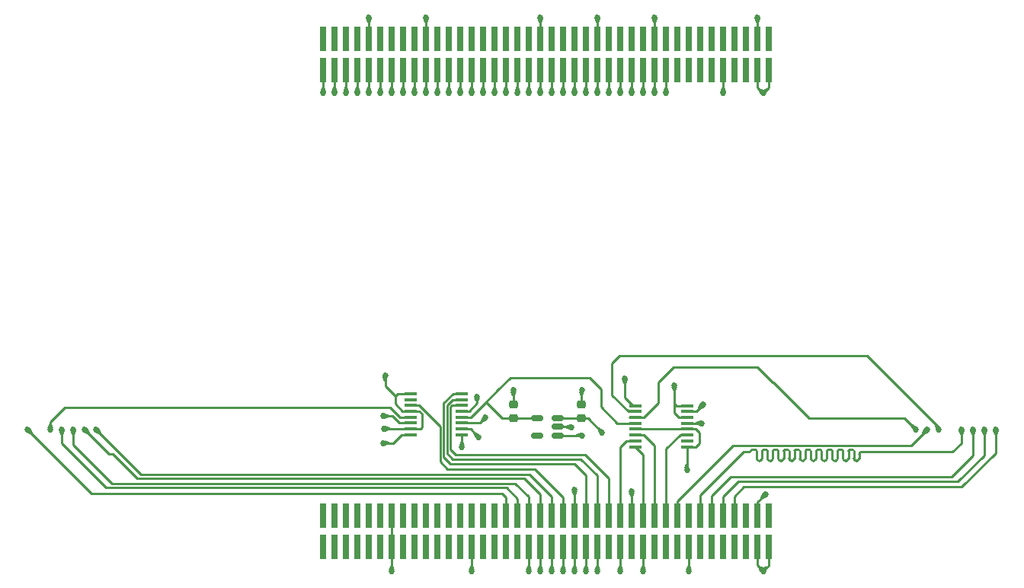
<source format=gbl>
%TF.GenerationSoftware,KiCad,Pcbnew,8.0.3-8.0.3-0~ubuntu24.04.1*%
%TF.CreationDate,2024-07-09T09:34:28+02:00*%
%TF.ProjectId,MainBoard,4d61696e-426f-4617-9264-2e6b69636164,rev?*%
%TF.SameCoordinates,Original*%
%TF.FileFunction,Copper,L4,Bot*%
%TF.FilePolarity,Positive*%
%FSLAX46Y46*%
G04 Gerber Fmt 4.6, Leading zero omitted, Abs format (unit mm)*
G04 Created by KiCad (PCBNEW 8.0.3-8.0.3-0~ubuntu24.04.1) date 2024-07-09 09:34:28*
%MOMM*%
%LPD*%
G01*
G04 APERTURE LIST*
G04 Aperture macros list*
%AMRoundRect*
0 Rectangle with rounded corners*
0 $1 Rounding radius*
0 $2 $3 $4 $5 $6 $7 $8 $9 X,Y pos of 4 corners*
0 Add a 4 corners polygon primitive as box body*
4,1,4,$2,$3,$4,$5,$6,$7,$8,$9,$2,$3,0*
0 Add four circle primitives for the rounded corners*
1,1,$1+$1,$2,$3*
1,1,$1+$1,$4,$5*
1,1,$1+$1,$6,$7*
1,1,$1+$1,$8,$9*
0 Add four rect primitives between the rounded corners*
20,1,$1+$1,$2,$3,$4,$5,0*
20,1,$1+$1,$4,$5,$6,$7,0*
20,1,$1+$1,$6,$7,$8,$9,0*
20,1,$1+$1,$8,$9,$2,$3,0*%
G04 Aperture macros list end*
%TA.AperFunction,SMDPad,CuDef*%
%ADD10R,1.473200X0.355600*%
%TD*%
%TA.AperFunction,SMDPad,CuDef*%
%ADD11RoundRect,0.150000X0.512500X0.150000X-0.512500X0.150000X-0.512500X-0.150000X0.512500X-0.150000X0*%
%TD*%
%TA.AperFunction,SMDPad,CuDef*%
%ADD12R,0.740000X2.790000*%
%TD*%
%TA.AperFunction,SMDPad,CuDef*%
%ADD13RoundRect,0.225000X0.250000X-0.225000X0.250000X0.225000X-0.250000X0.225000X-0.250000X-0.225000X0*%
%TD*%
%TA.AperFunction,ViaPad*%
%ADD14C,0.685800*%
%TD*%
%TA.AperFunction,Conductor*%
%ADD15C,0.254000*%
%TD*%
%TA.AperFunction,Conductor*%
%ADD16C,0.290000*%
%TD*%
G04 APERTURE END LIST*
D10*
X112270200Y-88224600D03*
X112270200Y-88885000D03*
X112270200Y-89545400D03*
X112270200Y-90180400D03*
X112270200Y-90840800D03*
X112270200Y-91475800D03*
X112270200Y-92136200D03*
X112270200Y-92796600D03*
X106529800Y-92796600D03*
X106529800Y-92136200D03*
X106529800Y-91475800D03*
X106529800Y-90840800D03*
X106529800Y-90180400D03*
X106529800Y-89545400D03*
X106529800Y-88885000D03*
X106529800Y-88224600D03*
D11*
X97926500Y-89637500D03*
X97926500Y-90587500D03*
X97926500Y-91537500D03*
X95651500Y-91537500D03*
X95651500Y-89637500D03*
D12*
X121375000Y-100495000D03*
X121375000Y-103925000D03*
X120105000Y-100495000D03*
X120105000Y-103925000D03*
X118835000Y-100495000D03*
X118835000Y-103925000D03*
X117565000Y-100495000D03*
X117565000Y-103925000D03*
X116295000Y-100495000D03*
X116295000Y-103925000D03*
X115025000Y-100495000D03*
X115025000Y-103925000D03*
X113755000Y-100495000D03*
X113755000Y-103925000D03*
X112485000Y-100495000D03*
X112485000Y-103925000D03*
X111215000Y-100495000D03*
X111215000Y-103925000D03*
X109945000Y-100495000D03*
X109945000Y-103925000D03*
X108675000Y-100495000D03*
X108675000Y-103925000D03*
X107405000Y-100495000D03*
X107405000Y-103925000D03*
X106135000Y-100495000D03*
X106135000Y-103925000D03*
X104865000Y-100495000D03*
X104865000Y-103925000D03*
X103595000Y-100495000D03*
X103595000Y-103925000D03*
X102325000Y-100495000D03*
X102325000Y-103925000D03*
X101055000Y-100495000D03*
X101055000Y-103925000D03*
X99785000Y-100495000D03*
X99785000Y-103925000D03*
X98515000Y-100495000D03*
X98515000Y-103925000D03*
X97245000Y-100495000D03*
X97245000Y-103925000D03*
X95975000Y-100495000D03*
X95975000Y-103925000D03*
X94705000Y-100495000D03*
X94705000Y-103925000D03*
X93435000Y-100495000D03*
X93435000Y-103925000D03*
X92165000Y-100495000D03*
X92165000Y-103925000D03*
X90895000Y-100495000D03*
X90895000Y-103925000D03*
X89625000Y-100495000D03*
X89625000Y-103925000D03*
X88355000Y-100495000D03*
X88355000Y-103925000D03*
X87085000Y-100495000D03*
X87085000Y-103925000D03*
X85815000Y-100495000D03*
X85815000Y-103925000D03*
X84545000Y-100495000D03*
X84545000Y-103925000D03*
X83275000Y-100495000D03*
X83275000Y-103925000D03*
X82005000Y-100495000D03*
X82005000Y-103925000D03*
X80735000Y-100495000D03*
X80735000Y-103925000D03*
X79465000Y-100495000D03*
X79465000Y-103925000D03*
X78195000Y-100495000D03*
X78195000Y-103925000D03*
X76925000Y-100495000D03*
X76925000Y-103925000D03*
X75655000Y-100495000D03*
X75655000Y-103925000D03*
X74385000Y-100495000D03*
X74385000Y-103925000D03*
X73115000Y-100495000D03*
X73115000Y-103925000D03*
X71845000Y-100495000D03*
X71845000Y-103925000D03*
D13*
X93000000Y-89625000D03*
X93000000Y-88075000D03*
D10*
X81529800Y-91461000D03*
X81529800Y-90800600D03*
X81529800Y-90140200D03*
X81529800Y-89505200D03*
X81529800Y-88844800D03*
X81529800Y-88209800D03*
X81529800Y-87549400D03*
X81529800Y-86889000D03*
X87270200Y-86889000D03*
X87270200Y-87549400D03*
X87270200Y-88209800D03*
X87270200Y-88844800D03*
X87270200Y-89505200D03*
X87270200Y-90140200D03*
X87270200Y-90800600D03*
X87270200Y-91461000D03*
D12*
X121375000Y-47495000D03*
X121375000Y-50925000D03*
X120105000Y-47495000D03*
X120105000Y-50925000D03*
X118835000Y-47495000D03*
X118835000Y-50925000D03*
X117565000Y-47495000D03*
X117565000Y-50925000D03*
X116295000Y-47495000D03*
X116295000Y-50925000D03*
X115025000Y-47495000D03*
X115025000Y-50925000D03*
X113755000Y-47495000D03*
X113755000Y-50925000D03*
X112485000Y-47495000D03*
X112485000Y-50925000D03*
X111215000Y-47495000D03*
X111215000Y-50925000D03*
X109945000Y-47495000D03*
X109945000Y-50925000D03*
X108675000Y-47495000D03*
X108675000Y-50925000D03*
X107405000Y-47495000D03*
X107405000Y-50925000D03*
X106135000Y-47495000D03*
X106135000Y-50925000D03*
X104865000Y-47495000D03*
X104865000Y-50925000D03*
X103595000Y-47495000D03*
X103595000Y-50925000D03*
X102325000Y-47495000D03*
X102325000Y-50925000D03*
X101055000Y-47495000D03*
X101055000Y-50925000D03*
X99785000Y-47495000D03*
X99785000Y-50925000D03*
X98515000Y-47495000D03*
X98515000Y-50925000D03*
X97245000Y-47495000D03*
X97245000Y-50925000D03*
X95975000Y-47495000D03*
X95975000Y-50925000D03*
X94705000Y-47495000D03*
X94705000Y-50925000D03*
X93435000Y-47495000D03*
X93435000Y-50925000D03*
X92165000Y-47495000D03*
X92165000Y-50925000D03*
X90895000Y-47495000D03*
X90895000Y-50925000D03*
X89625000Y-47495000D03*
X89625000Y-50925000D03*
X88355000Y-47495000D03*
X88355000Y-50925000D03*
X87085000Y-47495000D03*
X87085000Y-50925000D03*
X85815000Y-47495000D03*
X85815000Y-50925000D03*
X84545000Y-47495000D03*
X84545000Y-50925000D03*
X83275000Y-47495000D03*
X83275000Y-50925000D03*
X82005000Y-47495000D03*
X82005000Y-50925000D03*
X80735000Y-47495000D03*
X80735000Y-50925000D03*
X79465000Y-47495000D03*
X79465000Y-50925000D03*
X78195000Y-47495000D03*
X78195000Y-50925000D03*
X76925000Y-47495000D03*
X76925000Y-50925000D03*
X75655000Y-47495000D03*
X75655000Y-50925000D03*
X74385000Y-47495000D03*
X74385000Y-50925000D03*
X73115000Y-47495000D03*
X73115000Y-50925000D03*
X71845000Y-47495000D03*
X71845000Y-50925000D03*
D13*
X100578000Y-89625000D03*
X100578000Y-88075000D03*
D14*
X100650000Y-91537500D03*
X87270200Y-92825000D03*
X102860000Y-91215000D03*
X78500000Y-89375000D03*
X110875000Y-86000000D03*
X105375000Y-85200000D03*
X78550000Y-92375000D03*
X121000000Y-98075000D03*
X120105000Y-45050000D03*
X79450000Y-106600000D03*
X88355000Y-106600000D03*
X78195000Y-53500000D03*
X103595000Y-53500000D03*
X109945000Y-53500000D03*
X94705000Y-106600000D03*
X71845000Y-53500000D03*
X101055000Y-106600000D03*
X100600000Y-86500000D03*
X114100000Y-88075000D03*
X116295000Y-53500000D03*
X88950000Y-87275000D03*
X108675000Y-45050000D03*
X84545000Y-53500000D03*
X106135000Y-97750000D03*
X99400000Y-90600000D03*
X120740000Y-106600000D03*
X95975000Y-45050000D03*
X83275000Y-45050000D03*
X97245000Y-53500000D03*
X90895000Y-53500000D03*
X78750000Y-84875000D03*
X93000000Y-86500000D03*
X78600000Y-90800600D03*
X107405000Y-106600000D03*
X99775000Y-97600000D03*
X112275000Y-95375000D03*
X102325000Y-45050000D03*
X120740000Y-53500000D03*
X76925000Y-45050000D03*
X142800000Y-90875000D03*
X112480000Y-106600000D03*
X98515000Y-106600000D03*
X44070000Y-90874000D03*
X144070000Y-90875000D03*
X138990000Y-90875000D03*
X42800000Y-90874000D03*
X104865000Y-106600000D03*
X38990000Y-90874000D03*
X99785000Y-106600000D03*
X97245000Y-106600000D03*
X95970000Y-106600000D03*
X102325000Y-106600000D03*
X113900000Y-90180400D03*
X140260000Y-90875000D03*
X137720000Y-90875000D03*
X89075000Y-91700000D03*
X41530000Y-90874000D03*
X89900000Y-89525000D03*
X107385000Y-53500000D03*
X92165000Y-53500000D03*
X108675000Y-53500000D03*
X93445000Y-53500000D03*
X106135000Y-53500000D03*
X75655000Y-53500000D03*
X89625000Y-53500000D03*
X101056000Y-53500000D03*
X76925000Y-53500000D03*
X99785000Y-53500000D03*
X104865000Y-53500000D03*
X83275000Y-53500000D03*
X74395000Y-53500000D03*
X88335000Y-53500000D03*
X98515000Y-53500000D03*
X80735000Y-53500000D03*
X95975000Y-53500000D03*
X94705000Y-53500000D03*
X85815000Y-53500000D03*
X79465000Y-53500000D03*
X73115000Y-53500000D03*
X87085000Y-53500000D03*
X102325000Y-53500000D03*
X82006000Y-53500000D03*
X145340000Y-90875000D03*
X146610000Y-90875000D03*
X46610000Y-90874000D03*
X45340000Y-90874000D03*
D15*
X87350000Y-92825000D02*
X87270200Y-92745200D01*
X105375000Y-85200000D02*
X105375000Y-87300000D01*
X100565500Y-89637500D02*
X100578000Y-89625000D01*
X110875000Y-86000000D02*
X110875000Y-87975000D01*
X111300400Y-88224600D02*
X112270200Y-88224600D01*
X81529800Y-91461000D02*
X80514000Y-91461000D01*
X97926500Y-91537500D02*
X100650000Y-91537500D01*
X79545400Y-89375000D02*
X80310600Y-90140200D01*
X101270000Y-89625000D02*
X100578000Y-89625000D01*
X80514000Y-91461000D02*
X79600000Y-92375000D01*
X78500000Y-89375000D02*
X79545400Y-89375000D01*
X111125000Y-88225000D02*
X111300000Y-88225000D01*
X110875000Y-87975000D02*
X111125000Y-88225000D01*
X121000000Y-98075000D02*
X120105000Y-98970000D01*
X110875000Y-87975000D02*
X110875000Y-89050000D01*
X87270200Y-91461000D02*
X87270200Y-92825000D01*
X102860000Y-91215000D02*
X101270000Y-89625000D01*
X120105000Y-45050000D02*
X120105000Y-47495000D01*
X100578000Y-91465500D02*
X100650000Y-91537500D01*
X80310600Y-90140200D02*
X81529800Y-90140200D01*
X79600000Y-92375000D02*
X78550000Y-92375000D01*
X111300000Y-88225000D02*
X111300400Y-88224600D01*
X110875000Y-89050000D02*
X111370400Y-89545400D01*
X106529800Y-88224600D02*
X106299600Y-88224600D01*
X111370400Y-89545400D02*
X112270200Y-89545400D01*
X97926500Y-89637500D02*
X100565500Y-89637500D01*
X120105000Y-98970000D02*
X120105000Y-100495000D01*
X106299600Y-88224600D02*
X105375000Y-87300000D01*
X113260800Y-92796600D02*
X112270200Y-92796600D01*
X93000000Y-86500000D02*
X93000000Y-88075000D01*
X113290000Y-88885000D02*
X112270200Y-88885000D01*
X84545000Y-50925000D02*
X84545000Y-53500000D01*
X78750000Y-86075000D02*
X78750000Y-84825000D01*
X99785000Y-97610000D02*
X99785000Y-100495000D01*
X112270200Y-92796600D02*
X112270200Y-95370200D01*
X113650000Y-92407400D02*
X113260800Y-92796600D01*
X101055000Y-103925000D02*
X101055000Y-106600000D01*
X120105000Y-103925000D02*
X120105000Y-105965000D01*
X120105000Y-105965000D02*
X120740000Y-106600000D01*
X79450000Y-100480000D02*
X79465000Y-100495000D01*
X121375000Y-105965000D02*
X120740000Y-106600000D01*
X99775000Y-97600000D02*
X99785000Y-97610000D01*
X100600000Y-86500000D02*
X100600000Y-86600000D01*
X88057600Y-88844800D02*
X87270200Y-88844800D01*
X81529800Y-88844800D02*
X80669800Y-88844800D01*
X94705000Y-103925000D02*
X94705000Y-106600000D01*
X71845000Y-50925000D02*
X71845000Y-53500000D01*
X76925000Y-45050000D02*
X76925000Y-47495000D01*
X112270200Y-95370200D02*
X112275000Y-95375000D01*
X80136000Y-86889000D02*
X81529800Y-86889000D01*
X120105000Y-52865000D02*
X120740000Y-53500000D01*
X79465000Y-106585000D02*
X79450000Y-106600000D01*
X100600000Y-86600000D02*
X100578000Y-86622000D01*
X114100000Y-88075000D02*
X113290000Y-88885000D01*
X78195000Y-50925000D02*
X78195000Y-53500000D01*
X113260800Y-90840800D02*
X113650000Y-91230000D01*
X79850000Y-87175000D02*
X78750000Y-86075000D01*
X79465000Y-103925000D02*
X79465000Y-106585000D01*
X121375000Y-50925000D02*
X121375000Y-52865000D01*
X79850000Y-87175000D02*
X80136000Y-86889000D01*
X82800000Y-90675000D02*
X82674400Y-90800600D01*
X108675000Y-45050000D02*
X108675000Y-47495000D01*
X113650000Y-91230000D02*
X113650000Y-92407400D01*
X97245000Y-50925000D02*
X97245000Y-53500000D01*
X106135000Y-97750000D02*
X106135000Y-100495000D01*
X88950000Y-87952400D02*
X88057600Y-88844800D01*
X116295000Y-50925000D02*
X116295000Y-53500000D01*
X88355000Y-103925000D02*
X88355000Y-106600000D01*
X78600000Y-90800600D02*
X81529800Y-90800600D01*
X103595000Y-50925000D02*
X103595000Y-53500000D01*
X102325000Y-45050000D02*
X102325000Y-47495000D01*
X99387500Y-90587500D02*
X99400000Y-90600000D01*
X79850000Y-88025000D02*
X79850000Y-87175000D01*
X97926500Y-90587500D02*
X99387500Y-90587500D01*
X120105000Y-50925000D02*
X120105000Y-52865000D01*
X107405000Y-103925000D02*
X107405000Y-106600000D01*
X112270200Y-90840800D02*
X106529800Y-90840800D01*
X82800000Y-89124400D02*
X82800000Y-90675000D01*
X82520400Y-88844800D02*
X82800000Y-89124400D01*
X112270200Y-90840800D02*
X113260800Y-90840800D01*
X121375000Y-52865000D02*
X120740000Y-53500000D01*
X100578000Y-86622000D02*
X100578000Y-88075000D01*
X81529800Y-88844800D02*
X82520400Y-88844800D01*
X79465000Y-100495000D02*
X79465000Y-103925000D01*
X82674400Y-90800600D02*
X81529800Y-90800600D01*
X90895000Y-53500000D02*
X90895000Y-50925000D01*
X88950000Y-87275000D02*
X88950000Y-87952400D01*
X80669800Y-88844800D02*
X79850000Y-88025000D01*
X83275000Y-45050000D02*
X83275000Y-47495000D01*
X95975000Y-45050000D02*
X95975000Y-47495000D01*
X121375000Y-103925000D02*
X121375000Y-105965000D01*
X109945000Y-50925000D02*
X109945000Y-53500000D01*
X101500000Y-85125000D02*
X102750000Y-86375000D01*
X102750000Y-88375000D02*
X104555400Y-90180400D01*
X93000000Y-89625000D02*
X91700000Y-89625000D01*
X95651500Y-89637500D02*
X95651500Y-89648500D01*
X102750000Y-86375000D02*
X102750000Y-88375000D01*
X89920500Y-87845500D02*
X91250000Y-86516000D01*
X95651500Y-89648500D02*
X95600000Y-89700000D01*
X87270200Y-89505200D02*
X88260800Y-89505200D01*
X91700000Y-89625000D02*
X89920500Y-87845500D01*
X91259000Y-86516000D02*
X92650000Y-85125000D01*
X95639000Y-89625000D02*
X95651500Y-89637500D01*
X88260800Y-89505200D02*
X89920500Y-87845500D01*
X91250000Y-86516000D02*
X91259000Y-86516000D01*
X92975000Y-89650000D02*
X93000000Y-89625000D01*
X93000000Y-89625000D02*
X95639000Y-89625000D01*
X104555400Y-90180400D02*
X106529800Y-90180400D01*
X92650000Y-85125000D02*
X101500000Y-85125000D01*
X131057500Y-94348226D02*
X131177500Y-94348226D01*
X120617500Y-93375000D02*
X120617500Y-93242059D01*
X123857500Y-94348226D02*
X123977500Y-94348226D01*
X120617500Y-94108226D02*
X120617500Y-93375000D01*
X127217500Y-93242059D02*
X127217500Y-93375000D01*
X131417500Y-94108226D02*
X131417500Y-93615000D01*
X127817500Y-94108226D02*
X127817500Y-93375000D01*
X123017500Y-94108226D02*
X123017500Y-93375000D01*
X125417500Y-94108226D02*
X125417500Y-93375000D01*
X126017500Y-93375000D02*
X126017500Y-94108226D01*
X132275000Y-93375000D02*
X141800000Y-93375000D01*
X120257500Y-94348226D02*
X120377500Y-94348226D01*
X125417500Y-93375000D02*
X125417500Y-93242059D01*
X120750440Y-93109119D02*
X121084560Y-93109119D01*
X121817500Y-94108226D02*
X121817500Y-93375000D01*
X127217500Y-93375000D02*
X127217500Y-94108226D01*
X126017500Y-93242059D02*
X126017500Y-93375000D01*
X125550440Y-93109119D02*
X125884560Y-93109119D01*
X129150440Y-93109119D02*
X129484560Y-93109119D01*
X120017500Y-93244744D02*
X120017500Y-93375000D01*
X130217500Y-94108226D02*
X130217500Y-93375000D01*
X124217500Y-94108226D02*
X124217500Y-93375000D01*
X119528012Y-93114488D02*
X119887244Y-93114488D01*
X113755000Y-100495000D02*
X113755000Y-98180000D01*
X127817500Y-93375000D02*
X127817500Y-93242059D01*
X120017500Y-93375000D02*
X120017500Y-94108226D01*
X129617500Y-93242059D02*
X129617500Y-93375000D01*
X121817500Y-93375000D02*
X121817500Y-93242059D01*
X126617500Y-93375000D02*
X126617500Y-93242059D01*
X126257500Y-94348226D02*
X126377500Y-94348226D01*
X130817500Y-93615000D02*
X130817500Y-94108226D01*
X127950440Y-93109119D02*
X128284560Y-93109119D01*
X131777500Y-93375000D02*
X132275000Y-93375000D01*
X118560000Y-93375000D02*
X119267500Y-93375000D01*
X141800000Y-93375000D02*
X142800000Y-92375000D01*
X124350440Y-93109119D02*
X124684560Y-93109119D01*
X130217500Y-93375000D02*
X130217500Y-93242059D01*
X123017500Y-93375000D02*
X123017500Y-93242059D01*
X129017500Y-94108226D02*
X129017500Y-93375000D01*
X121217500Y-93242059D02*
X121217500Y-93375000D01*
X123150440Y-93109119D02*
X123484560Y-93109119D01*
X122417500Y-93375000D02*
X122417500Y-94108226D01*
X122657500Y-94348226D02*
X122777500Y-94348226D01*
X125057500Y-94348226D02*
X125177500Y-94348226D01*
X128417500Y-93375000D02*
X128417500Y-94108226D01*
X123617500Y-93242059D02*
X123617500Y-93375000D01*
X127457500Y-94348226D02*
X127577500Y-94348226D01*
X130817500Y-93375000D02*
X130817500Y-93615000D01*
X123617500Y-93375000D02*
X123617500Y-94108226D01*
X128657500Y-94348226D02*
X128777500Y-94348226D01*
X124817500Y-93375000D02*
X124817500Y-94108226D01*
X122417500Y-93242059D02*
X122417500Y-93375000D01*
X121950440Y-93109119D02*
X122284560Y-93109119D01*
X124817500Y-93242059D02*
X124817500Y-93375000D01*
X126617500Y-94108226D02*
X126617500Y-93375000D01*
X113755000Y-98180000D02*
X118560000Y-93375000D01*
X129017500Y-93375000D02*
X129017500Y-93242059D01*
X129617500Y-93375000D02*
X129617500Y-94108226D01*
X130817500Y-93242059D02*
X130817500Y-93375000D01*
X129857500Y-94348226D02*
X129977500Y-94348226D01*
X124217500Y-93375000D02*
X124217500Y-93242059D01*
X121457500Y-94348226D02*
X121577500Y-94348226D01*
X131657500Y-93375000D02*
X131777500Y-93375000D01*
X121217500Y-93375000D02*
X121217500Y-94108226D01*
X128417500Y-93242059D02*
X128417500Y-93375000D01*
X130350440Y-93109119D02*
X130684560Y-93109119D01*
X126750440Y-93109119D02*
X127084560Y-93109119D01*
X142800000Y-92375000D02*
X142800000Y-90875000D01*
X125884560Y-93109119D02*
G75*
G02*
X126017581Y-93242059I40J-132981D01*
G01*
X122777500Y-94348226D02*
G75*
G03*
X123017526Y-94108226I0J240026D01*
G01*
X121817500Y-93242059D02*
G75*
G02*
X121950440Y-93109200I132900J-41D01*
G01*
X129617500Y-94108226D02*
G75*
G03*
X129857500Y-94348200I240000J26D01*
G01*
X131417500Y-93615000D02*
G75*
G02*
X131657500Y-93375000I240000J0D01*
G01*
X130817500Y-94108226D02*
G75*
G03*
X131057500Y-94348200I240000J26D01*
G01*
X119267500Y-93375000D02*
G75*
G03*
X119397800Y-93244744I0J130300D01*
G01*
X128417500Y-94108226D02*
G75*
G03*
X128657500Y-94348200I240000J26D01*
G01*
X127084560Y-93109119D02*
G75*
G02*
X127217581Y-93242059I40J-132981D01*
G01*
X120617500Y-93242059D02*
G75*
G02*
X120750440Y-93109200I132900J-41D01*
G01*
X127577500Y-94348226D02*
G75*
G03*
X127817526Y-94108226I0J240026D01*
G01*
X125177500Y-94348226D02*
G75*
G03*
X125417526Y-94108226I0J240026D01*
G01*
X120377500Y-94348226D02*
G75*
G03*
X120617526Y-94108226I0J240026D01*
G01*
X126617500Y-93242059D02*
G75*
G02*
X126750440Y-93109200I132900J-41D01*
G01*
X130217500Y-93242059D02*
G75*
G02*
X130350440Y-93109200I132900J-41D01*
G01*
X131177500Y-94348226D02*
G75*
G03*
X131417526Y-94108226I0J240026D01*
G01*
X124817500Y-94108226D02*
G75*
G03*
X125057500Y-94348200I240000J26D01*
G01*
X123977500Y-94348226D02*
G75*
G03*
X124217526Y-94108226I0J240026D01*
G01*
X126017500Y-94108226D02*
G75*
G03*
X126257500Y-94348200I240000J26D01*
G01*
X126377500Y-94348226D02*
G75*
G03*
X126617526Y-94108226I0J240026D01*
G01*
X119397756Y-93244744D02*
G75*
G02*
X119528012Y-93114456I130244J44D01*
G01*
X122417500Y-94108226D02*
G75*
G03*
X122657500Y-94348200I240000J26D01*
G01*
X130684560Y-93109119D02*
G75*
G02*
X130817581Y-93242059I40J-132981D01*
G01*
X122284560Y-93109119D02*
G75*
G02*
X122417581Y-93242059I40J-132981D01*
G01*
X125417500Y-93242059D02*
G75*
G02*
X125550440Y-93109200I132900J-41D01*
G01*
X119887244Y-93114488D02*
G75*
G02*
X120017412Y-93244744I-44J-130212D01*
G01*
X121084560Y-93109119D02*
G75*
G02*
X121217581Y-93242059I40J-132981D01*
G01*
X124217500Y-93242059D02*
G75*
G02*
X124350440Y-93109200I132900J-41D01*
G01*
X128284560Y-93109119D02*
G75*
G02*
X128417581Y-93242059I40J-132981D01*
G01*
X123617500Y-94108226D02*
G75*
G03*
X123857500Y-94348200I240000J26D01*
G01*
X121577500Y-94348226D02*
G75*
G03*
X121817526Y-94108226I0J240026D01*
G01*
X129977500Y-94348226D02*
G75*
G03*
X130217526Y-94108226I0J240026D01*
G01*
X121217500Y-94108226D02*
G75*
G03*
X121457500Y-94348200I240000J26D01*
G01*
X123484560Y-93109119D02*
G75*
G02*
X123617581Y-93242059I40J-132981D01*
G01*
X129017500Y-93242059D02*
G75*
G02*
X129150440Y-93109200I132900J-41D01*
G01*
X129484560Y-93109119D02*
G75*
G02*
X129617581Y-93242059I40J-132981D01*
G01*
X127817500Y-93242059D02*
G75*
G02*
X127950440Y-93109200I132900J-41D01*
G01*
X120017500Y-94108226D02*
G75*
G03*
X120257500Y-94348200I240000J26D01*
G01*
X124684560Y-93109119D02*
G75*
G02*
X124817581Y-93242059I40J-132981D01*
G01*
X128777500Y-94348226D02*
G75*
G03*
X129017526Y-94108226I0J240026D01*
G01*
X127217500Y-94108226D02*
G75*
G03*
X127457500Y-94348200I240000J26D01*
G01*
X123017500Y-93242059D02*
G75*
G02*
X123150440Y-93109200I132900J-41D01*
G01*
X105539200Y-92136200D02*
X104865000Y-92810400D01*
X104865000Y-92810400D02*
X104865000Y-100495000D01*
X106529800Y-92136200D02*
X105539200Y-92136200D01*
X106529800Y-92796600D02*
X107405000Y-93671800D01*
X107405000Y-93671800D02*
X107405000Y-100495000D01*
X112485000Y-103925000D02*
X112485000Y-106595000D01*
X112485000Y-106595000D02*
X112480000Y-106600000D01*
X98515000Y-103925000D02*
X98515000Y-106600000D01*
X93200000Y-96875000D02*
X94705000Y-98380000D01*
X48400000Y-96875000D02*
X93200000Y-96875000D01*
X44070000Y-90874000D02*
X44070000Y-92545000D01*
X44070000Y-92545000D02*
X48400000Y-96875000D01*
X94705000Y-98380000D02*
X94705000Y-100495000D01*
X115025000Y-98260000D02*
X115025000Y-100495000D01*
X141700000Y-96175000D02*
X144070000Y-93805000D01*
X116205000Y-97080000D02*
X115025000Y-98260000D01*
X144070000Y-93805000D02*
X144070000Y-90875000D01*
X117110000Y-96175000D02*
X141700000Y-96175000D01*
X116205000Y-97080000D02*
X117110000Y-96175000D01*
X102325000Y-96000000D02*
X102325000Y-100495000D01*
X87270200Y-87549400D02*
X86237600Y-87549400D01*
X86250000Y-94150000D02*
X100475000Y-94150000D01*
X85612000Y-93512000D02*
X86250000Y-94150000D01*
X100475000Y-94150000D02*
X102325000Y-96000000D01*
X85612000Y-88175000D02*
X85612000Y-93512000D01*
X86237600Y-87549400D02*
X85612000Y-88175000D01*
X138990000Y-90875000D02*
X137190000Y-92675000D01*
X111215000Y-98875000D02*
X111215000Y-100495000D01*
X137190000Y-92675000D02*
X117400000Y-92675000D01*
X117400000Y-92675000D02*
X111215000Y-98860000D01*
X42800000Y-92450000D02*
X47675000Y-97325000D01*
X47675000Y-97325000D02*
X92200000Y-97325000D01*
X93435000Y-98560000D02*
X93435000Y-100495000D01*
X92200000Y-97325000D02*
X93435000Y-98560000D01*
X42800000Y-90874000D02*
X42800000Y-92450000D01*
X104865000Y-103925000D02*
X104865000Y-106600000D01*
X103595000Y-96270000D02*
X103595000Y-100495000D01*
X101000000Y-93675000D02*
X103595000Y-96270000D01*
X85993000Y-93100000D02*
X86568000Y-93675000D01*
X85993000Y-88332816D02*
X85993000Y-93100000D01*
X87270200Y-88209800D02*
X86116016Y-88209800D01*
X86116016Y-88209800D02*
X85993000Y-88332816D01*
X86568000Y-93675000D02*
X101000000Y-93675000D01*
X86279600Y-86889000D02*
X85231000Y-87937600D01*
X99775000Y-94675000D02*
X101050000Y-95950000D01*
X101055000Y-96680000D02*
X101055000Y-100495000D01*
X101050000Y-95950000D02*
X101050000Y-96675000D01*
X85231000Y-93931000D02*
X85975000Y-94675000D01*
X85231000Y-87937600D02*
X85231000Y-93931000D01*
X87270200Y-86889000D02*
X86279600Y-86889000D01*
X85975000Y-94675000D02*
X99775000Y-94675000D01*
X101050000Y-96675000D02*
X101055000Y-96680000D01*
X92165000Y-98390000D02*
X92165000Y-100495000D01*
X91750000Y-97975000D02*
X92165000Y-98390000D01*
X46091000Y-97975000D02*
X91750000Y-97975000D01*
X38990000Y-90874000D02*
X46091000Y-97975000D01*
X99785000Y-103925000D02*
X99785000Y-106600000D01*
X97245000Y-103925000D02*
X97245000Y-106600000D01*
X108675000Y-92630400D02*
X108675000Y-100495000D01*
X106529800Y-91475800D02*
X107520400Y-91475800D01*
X107520400Y-91475800D02*
X108675000Y-92630400D01*
X95975000Y-106595000D02*
X95970000Y-106600000D01*
X95975000Y-103925000D02*
X95975000Y-106595000D01*
X102325000Y-103925000D02*
X102325000Y-106600000D01*
X98515000Y-98390000D02*
X98515000Y-100495000D01*
X84850000Y-90539400D02*
X84850000Y-94425000D01*
X82520400Y-88209800D02*
X84850000Y-90539400D01*
X84850000Y-94425000D02*
X85675000Y-95250000D01*
X85675000Y-95250000D02*
X95375000Y-95250000D01*
X95375000Y-95250000D02*
X98515000Y-98390000D01*
X81529800Y-88209800D02*
X82520400Y-88209800D01*
X109945000Y-99550000D02*
X109950000Y-99545000D01*
X109945000Y-100495000D02*
X109945000Y-99550000D01*
X112270200Y-91475800D02*
X111508200Y-91475800D01*
X109945000Y-93039000D02*
X109945000Y-100495000D01*
X111508200Y-91475800D02*
X109945000Y-93039000D01*
X112270200Y-90180400D02*
X113900000Y-90180400D01*
X103926000Y-87043200D02*
X103926000Y-83549000D01*
X140260000Y-90635000D02*
X140260000Y-90875000D01*
X106529800Y-88885000D02*
X105767800Y-88885000D01*
X105767800Y-88885000D02*
X103926000Y-87043200D01*
X103926000Y-83549000D02*
X104800000Y-82675000D01*
X132300000Y-82675000D02*
X140260000Y-90635000D01*
X104800000Y-82675000D02*
X132300000Y-82675000D01*
X120100000Y-83975000D02*
X121800000Y-85675000D01*
X125850000Y-89625000D02*
X136470000Y-89625000D01*
X110800000Y-83975000D02*
X120100000Y-83975000D01*
X121900000Y-85675000D02*
X125850000Y-89625000D01*
X106529800Y-89545400D02*
X107520400Y-89545400D01*
X121800000Y-85675000D02*
X121900000Y-85675000D01*
X136470000Y-89625000D02*
X137720000Y-90875000D01*
X106529800Y-89545400D02*
X105889385Y-89545400D01*
X109100000Y-85675000D02*
X110800000Y-83975000D01*
X107520400Y-89545400D02*
X109100000Y-87965800D01*
X109100000Y-87965800D02*
X109100000Y-85675000D01*
X88225600Y-90800600D02*
X89050000Y-91625000D01*
X87270200Y-90800600D02*
X88225600Y-90800600D01*
X80380200Y-89505200D02*
X81529800Y-89505200D01*
X41530000Y-90874000D02*
X41530000Y-90020000D01*
X41530000Y-90020000D02*
X43125000Y-88425000D01*
X79300000Y-88425000D02*
X80380200Y-89505200D01*
X43125000Y-88425000D02*
X79300000Y-88425000D01*
X89900000Y-89525000D02*
X89284800Y-90140200D01*
X89284800Y-90140200D02*
X87270200Y-90140200D01*
D16*
X107405000Y-53480000D02*
X107385000Y-53500000D01*
X107405000Y-50925000D02*
X107405000Y-53480000D01*
X92165000Y-50925000D02*
X92165000Y-53500000D01*
X108675000Y-50925000D02*
X108675000Y-53500000D01*
X93435000Y-53490000D02*
X93445000Y-53500000D01*
X93435000Y-50925000D02*
X93435000Y-53490000D01*
X106135000Y-50925000D02*
X106135000Y-53500000D01*
X75655000Y-50925000D02*
X75655000Y-53500000D01*
X89625000Y-50925000D02*
X89625000Y-53500000D01*
X101055000Y-53499000D02*
X101056000Y-53500000D01*
X101055000Y-50925000D02*
X101055000Y-53499000D01*
X76925000Y-50925000D02*
X76925000Y-53500000D01*
X99785000Y-50925000D02*
X99785000Y-53500000D01*
X104865000Y-50925000D02*
X104865000Y-53500000D01*
X83275000Y-50925000D02*
X83275000Y-53500000D01*
X74385000Y-53490000D02*
X74395000Y-53500000D01*
X74385000Y-50925000D02*
X74385000Y-53490000D01*
X88355000Y-50925000D02*
X88355000Y-53480000D01*
X88355000Y-53480000D02*
X88335000Y-53500000D01*
X98515000Y-50925000D02*
X98515000Y-53500000D01*
X80735000Y-50925000D02*
X80735000Y-53500000D01*
X95975000Y-50925000D02*
X95975000Y-53500000D01*
X94705000Y-50925000D02*
X94705000Y-53500000D01*
X85815000Y-50925000D02*
X85815000Y-53500000D01*
X79465000Y-50925000D02*
X79465000Y-53500000D01*
X73115000Y-50925000D02*
X73115000Y-53500000D01*
X87085000Y-50925000D02*
X87085000Y-53500000D01*
X102325000Y-50925000D02*
X102325000Y-53500000D01*
X82005000Y-53499000D02*
X82006000Y-53500000D01*
X82005000Y-50925000D02*
X82005000Y-53499000D01*
D15*
X145340000Y-90875000D02*
X145340000Y-93735000D01*
X142400000Y-96675000D02*
X117960000Y-96675000D01*
X117960000Y-96675000D02*
X116295000Y-98340000D01*
X145340000Y-93735000D02*
X142400000Y-96675000D01*
X116295000Y-98340000D02*
X116295000Y-100495000D01*
X118610000Y-97275000D02*
X142800000Y-97275000D01*
X117565000Y-100495000D02*
X117565000Y-98320000D01*
X146600000Y-93475000D02*
X146600000Y-90885000D01*
X146600000Y-90885000D02*
X146610000Y-90875000D01*
X117565000Y-98320000D02*
X118610000Y-97275000D01*
X142800000Y-97275000D02*
X146600000Y-93475000D01*
X94781000Y-95856000D02*
X51592000Y-95856000D01*
X97245000Y-100495000D02*
X97245000Y-98320000D01*
X51592000Y-95856000D02*
X46610000Y-90874000D01*
X97245000Y-98320000D02*
X94781000Y-95856000D01*
X48041000Y-93575000D02*
X48500000Y-93575000D01*
X95975000Y-98050000D02*
X94200000Y-96275000D01*
X94200000Y-96275000D02*
X51200000Y-96275000D01*
X95975000Y-100495000D02*
X95975000Y-98050000D01*
X48500000Y-93575000D02*
X51200000Y-96275000D01*
X45340000Y-90874000D02*
X48041000Y-93575000D01*
%TA.AperFunction,Conductor*%
G36*
X89191452Y-87374774D02*
G01*
X89256500Y-87401924D01*
X89262814Y-87408273D01*
X89262991Y-87416712D01*
X89040133Y-88030860D01*
X89034090Y-88037468D01*
X89025144Y-88037867D01*
X89020862Y-88035142D01*
X88855675Y-87869955D01*
X88853393Y-87866729D01*
X88638519Y-87417342D01*
X88638041Y-87408400D01*
X88644027Y-87401740D01*
X88644547Y-87401507D01*
X88946209Y-87276161D01*
X88955161Y-87276152D01*
X89191452Y-87374774D01*
G37*
%TD.AperFunction*%
%TA.AperFunction,Conductor*%
G36*
X71971911Y-52817627D02*
G01*
X71974708Y-52822112D01*
X72158250Y-53358413D01*
X72157686Y-53367350D01*
X72151686Y-53372998D01*
X71849506Y-53499119D01*
X71840552Y-53499143D01*
X71840494Y-53499119D01*
X71538313Y-53372998D01*
X71531998Y-53366649D01*
X71531749Y-53358413D01*
X71715292Y-52822112D01*
X71721213Y-52815394D01*
X71726362Y-52814200D01*
X71963638Y-52814200D01*
X71971911Y-52817627D01*
G37*
%TD.AperFunction*%
%TA.AperFunction,Conductor*%
G36*
X101181911Y-105917627D02*
G01*
X101184708Y-105922112D01*
X101368250Y-106458413D01*
X101367686Y-106467350D01*
X101361686Y-106472998D01*
X101059506Y-106599119D01*
X101050552Y-106599143D01*
X101050494Y-106599119D01*
X100748313Y-106472998D01*
X100741998Y-106466649D01*
X100741749Y-106458413D01*
X100925292Y-105922112D01*
X100931213Y-105915394D01*
X100936362Y-105914200D01*
X101173638Y-105914200D01*
X101181911Y-105917627D01*
G37*
%TD.AperFunction*%
%TA.AperFunction,Conductor*%
G36*
X96281686Y-45177001D02*
G01*
X96288001Y-45183350D01*
X96288250Y-45191586D01*
X96104708Y-45727888D01*
X96098787Y-45734606D01*
X96093638Y-45735800D01*
X95856362Y-45735800D01*
X95848089Y-45732373D01*
X95845292Y-45727888D01*
X95661749Y-45191586D01*
X95662313Y-45182649D01*
X95668311Y-45177002D01*
X95970495Y-45050879D01*
X95979446Y-45050856D01*
X96281686Y-45177001D01*
G37*
%TD.AperFunction*%
%TA.AperFunction,Conductor*%
G36*
X97371911Y-52817627D02*
G01*
X97374708Y-52822112D01*
X97558250Y-53358413D01*
X97557686Y-53367350D01*
X97551686Y-53372998D01*
X97249506Y-53499119D01*
X97240552Y-53499143D01*
X97240494Y-53499119D01*
X96938313Y-53372998D01*
X96931998Y-53366649D01*
X96931749Y-53358413D01*
X97115292Y-52822112D01*
X97121213Y-52815394D01*
X97126362Y-52814200D01*
X97363638Y-52814200D01*
X97371911Y-52817627D01*
G37*
%TD.AperFunction*%
%TA.AperFunction,Conductor*%
G36*
X41656911Y-90191627D02*
G01*
X41659708Y-90196112D01*
X41843250Y-90732413D01*
X41842686Y-90741350D01*
X41836686Y-90746998D01*
X41534506Y-90873119D01*
X41525552Y-90873143D01*
X41525494Y-90873119D01*
X41223313Y-90746998D01*
X41216998Y-90740649D01*
X41216749Y-90732413D01*
X41400292Y-90196112D01*
X41406213Y-90189394D01*
X41411362Y-90188200D01*
X41648638Y-90188200D01*
X41656911Y-90191627D01*
G37*
%TD.AperFunction*%
%TA.AperFunction,Conductor*%
G36*
X84671911Y-52817627D02*
G01*
X84674708Y-52822112D01*
X84858250Y-53358413D01*
X84857686Y-53367350D01*
X84851686Y-53372998D01*
X84549506Y-53499119D01*
X84540552Y-53499143D01*
X84540494Y-53499119D01*
X84238313Y-53372998D01*
X84231998Y-53366649D01*
X84231749Y-53358413D01*
X84415292Y-52822112D01*
X84421213Y-52815394D01*
X84426362Y-52814200D01*
X84663638Y-52814200D01*
X84671911Y-52817627D01*
G37*
%TD.AperFunction*%
%TA.AperFunction,Conductor*%
G36*
X79591708Y-105920611D02*
G01*
X79594588Y-105925350D01*
X79763563Y-106458571D01*
X79762796Y-106467492D01*
X79756916Y-106472902D01*
X79454506Y-106599119D01*
X79445552Y-106599143D01*
X79445494Y-106599119D01*
X79143576Y-106473108D01*
X79137261Y-106466759D01*
X79137114Y-106458241D01*
X79335168Y-105924812D01*
X79341260Y-105918249D01*
X79346136Y-105917184D01*
X79583435Y-105917184D01*
X79591708Y-105920611D01*
G37*
%TD.AperFunction*%
%TA.AperFunction,Conductor*%
G36*
X83419649Y-52817627D02*
G01*
X83422552Y-52822438D01*
X83588650Y-53358616D01*
X83587825Y-53367533D01*
X83581980Y-53372875D01*
X83279506Y-53499119D01*
X83270552Y-53499143D01*
X83270494Y-53499119D01*
X82968019Y-53372875D01*
X82961704Y-53366526D01*
X82961349Y-53358618D01*
X83127448Y-52822437D01*
X83133169Y-52815549D01*
X83138624Y-52814200D01*
X83411376Y-52814200D01*
X83419649Y-52817627D01*
G37*
%TD.AperFunction*%
%TA.AperFunction,Conductor*%
G36*
X107531911Y-105917627D02*
G01*
X107534708Y-105922112D01*
X107718250Y-106458413D01*
X107717686Y-106467350D01*
X107711686Y-106472998D01*
X107409506Y-106599119D01*
X107400552Y-106599143D01*
X107400494Y-106599119D01*
X107098313Y-106472998D01*
X107091998Y-106466649D01*
X107091749Y-106458413D01*
X107275292Y-105922112D01*
X107281213Y-105915394D01*
X107286362Y-105914200D01*
X107523638Y-105914200D01*
X107531911Y-105917627D01*
G37*
%TD.AperFunction*%
%TA.AperFunction,Conductor*%
G36*
X88481911Y-105917627D02*
G01*
X88484708Y-105922112D01*
X88668250Y-106458413D01*
X88667686Y-106467350D01*
X88661686Y-106472998D01*
X88359506Y-106599119D01*
X88350552Y-106599143D01*
X88350494Y-106599119D01*
X88048313Y-106472998D01*
X88041998Y-106466649D01*
X88041749Y-106458413D01*
X88225292Y-105922112D01*
X88231213Y-105915394D01*
X88236362Y-105914200D01*
X88473638Y-105914200D01*
X88481911Y-105917627D01*
G37*
%TD.AperFunction*%
%TA.AperFunction,Conductor*%
G36*
X79609649Y-52817627D02*
G01*
X79612552Y-52822438D01*
X79778650Y-53358616D01*
X79777825Y-53367533D01*
X79771980Y-53372875D01*
X79469506Y-53499119D01*
X79460552Y-53499143D01*
X79460494Y-53499119D01*
X79158019Y-53372875D01*
X79151704Y-53366526D01*
X79151349Y-53358618D01*
X79317448Y-52822437D01*
X79323169Y-52815549D01*
X79328624Y-52814200D01*
X79601376Y-52814200D01*
X79609649Y-52817627D01*
G37*
%TD.AperFunction*%
%TA.AperFunction,Conductor*%
G36*
X96101844Y-105918622D02*
G01*
X96104669Y-105923190D01*
X96283355Y-106458464D01*
X96282724Y-106467397D01*
X96276763Y-106472966D01*
X95974506Y-106599119D01*
X95965552Y-106599143D01*
X95965494Y-106599119D01*
X95663401Y-106473034D01*
X95657086Y-106466685D01*
X95656870Y-106458353D01*
X95845250Y-105923011D01*
X95851229Y-105916345D01*
X95856287Y-105915195D01*
X96093571Y-105915195D01*
X96101844Y-105918622D01*
G37*
%TD.AperFunction*%
%TA.AperFunction,Conductor*%
G36*
X121141043Y-52931176D02*
G01*
X121308823Y-53098956D01*
X121312250Y-53107229D01*
X121311056Y-53112378D01*
X121061618Y-53621384D01*
X121054900Y-53627305D01*
X121046664Y-53627056D01*
X120743809Y-53502563D01*
X120737460Y-53496248D01*
X120737436Y-53496190D01*
X120612943Y-53193335D01*
X120612967Y-53184381D01*
X120618614Y-53178381D01*
X121127623Y-52928942D01*
X121136558Y-52928379D01*
X121141043Y-52931176D01*
G37*
%TD.AperFunction*%
%TA.AperFunction,Conductor*%
G36*
X105009649Y-52817627D02*
G01*
X105012552Y-52822438D01*
X105178650Y-53358616D01*
X105177825Y-53367533D01*
X105171980Y-53372875D01*
X104869506Y-53499119D01*
X104860552Y-53499143D01*
X104860494Y-53499119D01*
X104558019Y-53372875D01*
X104551704Y-53366526D01*
X104551349Y-53358618D01*
X104717448Y-52822437D01*
X104723169Y-52815549D01*
X104728624Y-52814200D01*
X105001376Y-52814200D01*
X105009649Y-52817627D01*
G37*
%TD.AperFunction*%
%TA.AperFunction,Conductor*%
G36*
X106441686Y-97877001D02*
G01*
X106448001Y-97883350D01*
X106448250Y-97891586D01*
X106264708Y-98427888D01*
X106258787Y-98434606D01*
X106253638Y-98435800D01*
X106016362Y-98435800D01*
X106008089Y-98432373D01*
X106005292Y-98427888D01*
X105821749Y-97891586D01*
X105822313Y-97882649D01*
X105828311Y-97877002D01*
X106130495Y-97750879D01*
X106139446Y-97750856D01*
X106441686Y-97877001D01*
G37*
%TD.AperFunction*%
%TA.AperFunction,Conductor*%
G36*
X100081839Y-97727065D02*
G01*
X100088154Y-97733414D01*
X100088459Y-97741482D01*
X99914629Y-98275731D01*
X99908810Y-98282538D01*
X99903503Y-98283811D01*
X99666211Y-98283811D01*
X99657938Y-98280384D01*
X99655208Y-98276089D01*
X99648473Y-98257464D01*
X99461991Y-97741701D01*
X99462401Y-97732758D01*
X99468486Y-97726929D01*
X99770495Y-97600879D01*
X99779446Y-97600856D01*
X100081839Y-97727065D01*
G37*
%TD.AperFunction*%
%TA.AperFunction,Conductor*%
G36*
X100517350Y-91224813D02*
G01*
X100522998Y-91230813D01*
X100649119Y-91532994D01*
X100649143Y-91541948D01*
X100649119Y-91542006D01*
X100522998Y-91844186D01*
X100516649Y-91850501D01*
X100508413Y-91850750D01*
X99972112Y-91667207D01*
X99965394Y-91661286D01*
X99964200Y-91656137D01*
X99964200Y-91418862D01*
X99967627Y-91410589D01*
X99972111Y-91407792D01*
X100508413Y-91224249D01*
X100517350Y-91224813D01*
G37*
%TD.AperFunction*%
%TA.AperFunction,Conductor*%
G36*
X143106686Y-91002001D02*
G01*
X143113001Y-91008350D01*
X143113250Y-91016586D01*
X142929708Y-91552888D01*
X142923787Y-91559606D01*
X142918638Y-91560800D01*
X142681362Y-91560800D01*
X142673089Y-91557373D01*
X142670292Y-91552888D01*
X142486749Y-91016586D01*
X142487313Y-91007649D01*
X142493311Y-91002002D01*
X142795495Y-90875879D01*
X142804446Y-90875856D01*
X143106686Y-91002001D01*
G37*
%TD.AperFunction*%
%TA.AperFunction,Conductor*%
G36*
X102631686Y-45177001D02*
G01*
X102638001Y-45183350D01*
X102638250Y-45191586D01*
X102454708Y-45727888D01*
X102448787Y-45734606D01*
X102443638Y-45735800D01*
X102206362Y-45735800D01*
X102198089Y-45732373D01*
X102195292Y-45727888D01*
X102011749Y-45191586D01*
X102012313Y-45182649D01*
X102018311Y-45177002D01*
X102320495Y-45050879D01*
X102329446Y-45050856D01*
X102631686Y-45177001D01*
G37*
%TD.AperFunction*%
%TA.AperFunction,Conductor*%
G36*
X99267468Y-90287221D02*
G01*
X99272918Y-90293122D01*
X99399119Y-90595494D01*
X99399143Y-90604448D01*
X99399119Y-90604506D01*
X99273089Y-90906466D01*
X99266740Y-90912781D01*
X99258267Y-90912946D01*
X98724361Y-90717312D01*
X98717772Y-90711248D01*
X98716686Y-90706326D01*
X98716686Y-90469031D01*
X98720113Y-90460758D01*
X98724807Y-90457891D01*
X99258545Y-90286488D01*
X99267468Y-90287221D01*
G37*
%TD.AperFunction*%
%TA.AperFunction,Conductor*%
G36*
X87229649Y-52817627D02*
G01*
X87232552Y-52822438D01*
X87398650Y-53358616D01*
X87397825Y-53367533D01*
X87391980Y-53372875D01*
X87089506Y-53499119D01*
X87080552Y-53499143D01*
X87080494Y-53499119D01*
X86778019Y-53372875D01*
X86771704Y-53366526D01*
X86771349Y-53358618D01*
X86937448Y-52822437D01*
X86943169Y-52815549D01*
X86948624Y-52814200D01*
X87221376Y-52814200D01*
X87229649Y-52817627D01*
G37*
%TD.AperFunction*%
%TA.AperFunction,Conductor*%
G36*
X98641911Y-105917627D02*
G01*
X98644708Y-105922112D01*
X98828250Y-106458413D01*
X98827686Y-106467350D01*
X98821686Y-106472998D01*
X98519506Y-106599119D01*
X98510552Y-106599143D01*
X98510494Y-106599119D01*
X98208313Y-106472998D01*
X98201998Y-106466649D01*
X98201749Y-106458413D01*
X98385292Y-105922112D01*
X98391213Y-105915394D01*
X98396362Y-105914200D01*
X98633638Y-105914200D01*
X98641911Y-105917627D01*
G37*
%TD.AperFunction*%
%TA.AperFunction,Conductor*%
G36*
X93579805Y-52819616D02*
G01*
X93582646Y-52824233D01*
X93758414Y-53358494D01*
X93757744Y-53367423D01*
X93751807Y-53372947D01*
X93449507Y-53499119D01*
X93440552Y-53499143D01*
X93440494Y-53499119D01*
X93217673Y-53406120D01*
X93137866Y-53372811D01*
X93131552Y-53366463D01*
X93131144Y-53358729D01*
X93287537Y-52824601D01*
X93293151Y-52817624D01*
X93298766Y-52816189D01*
X93571532Y-52816189D01*
X93579805Y-52819616D01*
G37*
%TD.AperFunction*%
%TA.AperFunction,Conductor*%
G36*
X105681686Y-85327001D02*
G01*
X105688001Y-85333350D01*
X105688250Y-85341586D01*
X105504708Y-85877888D01*
X105498787Y-85884606D01*
X105493638Y-85885800D01*
X105256362Y-85885800D01*
X105248089Y-85882373D01*
X105245292Y-85877888D01*
X105061749Y-85341586D01*
X105062313Y-85332649D01*
X105068311Y-85327002D01*
X105370495Y-85200879D01*
X105379446Y-85200856D01*
X105681686Y-85327001D01*
G37*
%TD.AperFunction*%
%TA.AperFunction,Conductor*%
G36*
X80879649Y-52817627D02*
G01*
X80882552Y-52822438D01*
X81048650Y-53358616D01*
X81047825Y-53367533D01*
X81041980Y-53372875D01*
X80739506Y-53499119D01*
X80730552Y-53499143D01*
X80730494Y-53499119D01*
X80428019Y-53372875D01*
X80421704Y-53366526D01*
X80421349Y-53358618D01*
X80587448Y-52822437D01*
X80593169Y-52815549D01*
X80598624Y-52814200D01*
X80871376Y-52814200D01*
X80879649Y-52817627D01*
G37*
%TD.AperFunction*%
%TA.AperFunction,Conductor*%
G36*
X46925618Y-90746967D02*
G01*
X46931618Y-90752615D01*
X47181056Y-91261621D01*
X47181620Y-91270558D01*
X47178823Y-91275043D01*
X47011043Y-91442823D01*
X47002770Y-91446250D01*
X46997621Y-91445056D01*
X46844529Y-91370033D01*
X46488615Y-91195618D01*
X46482694Y-91188900D01*
X46482942Y-91180665D01*
X46607437Y-90877807D01*
X46613750Y-90871460D01*
X46916665Y-90746943D01*
X46925618Y-90746967D01*
G37*
%TD.AperFunction*%
%TA.AperFunction,Conductor*%
G36*
X99929649Y-52817627D02*
G01*
X99932552Y-52822438D01*
X100098650Y-53358616D01*
X100097825Y-53367533D01*
X100091980Y-53372875D01*
X99789506Y-53499119D01*
X99780552Y-53499143D01*
X99780494Y-53499119D01*
X99478019Y-53372875D01*
X99471704Y-53366526D01*
X99471349Y-53358618D01*
X99637448Y-52822437D01*
X99643169Y-52815549D01*
X99648624Y-52814200D01*
X99921376Y-52814200D01*
X99929649Y-52817627D01*
G37*
%TD.AperFunction*%
%TA.AperFunction,Conductor*%
G36*
X100906297Y-86626839D02*
G01*
X100912612Y-86633188D01*
X100912710Y-86641839D01*
X100707886Y-87173927D01*
X100701716Y-87180417D01*
X100696967Y-87181424D01*
X100459664Y-87181424D01*
X100451391Y-87177997D01*
X100448473Y-87173137D01*
X100286291Y-86641352D01*
X100287155Y-86632439D01*
X100292974Y-86627143D01*
X100595495Y-86500879D01*
X100604446Y-86500856D01*
X100906297Y-86626839D01*
G37*
%TD.AperFunction*%
%TA.AperFunction,Conductor*%
G36*
X74529805Y-52819616D02*
G01*
X74532646Y-52824233D01*
X74708414Y-53358494D01*
X74707744Y-53367423D01*
X74701807Y-53372947D01*
X74399507Y-53499119D01*
X74390552Y-53499143D01*
X74390494Y-53499119D01*
X74167673Y-53406120D01*
X74087866Y-53372811D01*
X74081552Y-53366463D01*
X74081144Y-53358729D01*
X74237537Y-52824601D01*
X74243151Y-52817624D01*
X74248766Y-52816189D01*
X74521532Y-52816189D01*
X74529805Y-52819616D01*
G37*
%TD.AperFunction*%
%TA.AperFunction,Conductor*%
G36*
X89769649Y-52817627D02*
G01*
X89772552Y-52822438D01*
X89938650Y-53358616D01*
X89937825Y-53367533D01*
X89931980Y-53372875D01*
X89629506Y-53499119D01*
X89620552Y-53499143D01*
X89620494Y-53499119D01*
X89318019Y-53372875D01*
X89311704Y-53366526D01*
X89311349Y-53358618D01*
X89477448Y-52822437D01*
X89483169Y-52815549D01*
X89488624Y-52814200D01*
X89761376Y-52814200D01*
X89769649Y-52817627D01*
G37*
%TD.AperFunction*%
%TA.AperFunction,Conductor*%
G36*
X82149665Y-52817826D02*
G01*
X82152561Y-52822615D01*
X82235235Y-53087855D01*
X82319626Y-53358603D01*
X82318816Y-53367521D01*
X82312962Y-53372882D01*
X82010506Y-53499119D01*
X82001552Y-53499143D01*
X82001494Y-53499119D01*
X81699004Y-53372869D01*
X81692689Y-53366520D01*
X81692329Y-53358627D01*
X81692337Y-53358603D01*
X81857457Y-52822654D01*
X81863167Y-52815757D01*
X81868638Y-52814399D01*
X82141392Y-52814399D01*
X82149665Y-52817826D01*
G37*
%TD.AperFunction*%
%TA.AperFunction,Conductor*%
G36*
X85959649Y-52817627D02*
G01*
X85962552Y-52822438D01*
X86128650Y-53358616D01*
X86127825Y-53367533D01*
X86121980Y-53372875D01*
X85819506Y-53499119D01*
X85810552Y-53499143D01*
X85810494Y-53499119D01*
X85508019Y-53372875D01*
X85501704Y-53366526D01*
X85501349Y-53358618D01*
X85667448Y-52822437D01*
X85673169Y-52815549D01*
X85678624Y-52814200D01*
X85951376Y-52814200D01*
X85959649Y-52817627D01*
G37*
%TD.AperFunction*%
%TA.AperFunction,Conductor*%
G36*
X111181686Y-86127001D02*
G01*
X111188001Y-86133350D01*
X111188250Y-86141586D01*
X111004708Y-86677888D01*
X110998787Y-86684606D01*
X110993638Y-86685800D01*
X110756362Y-86685800D01*
X110748089Y-86682373D01*
X110745292Y-86677888D01*
X110561749Y-86141586D01*
X110562313Y-86132649D01*
X110568311Y-86127002D01*
X110870495Y-86000879D01*
X110879446Y-86000856D01*
X111181686Y-86127001D01*
G37*
%TD.AperFunction*%
%TA.AperFunction,Conductor*%
G36*
X96119649Y-52817627D02*
G01*
X96122552Y-52822438D01*
X96288650Y-53358616D01*
X96287825Y-53367533D01*
X96281980Y-53372875D01*
X95979506Y-53499119D01*
X95970552Y-53499143D01*
X95970494Y-53499119D01*
X95668019Y-53372875D01*
X95661704Y-53366526D01*
X95661349Y-53358618D01*
X95827448Y-52822437D01*
X95833169Y-52815549D01*
X95838624Y-52814200D01*
X96111376Y-52814200D01*
X96119649Y-52817627D01*
G37*
%TD.AperFunction*%
%TA.AperFunction,Conductor*%
G36*
X88499362Y-52821605D02*
G01*
X88502368Y-52826768D01*
X88649058Y-53358841D01*
X88647953Y-53367728D01*
X88642285Y-53372748D01*
X88339506Y-53499119D01*
X88330552Y-53499143D01*
X88330494Y-53499119D01*
X88028368Y-53373021D01*
X88022053Y-53366672D01*
X88021825Y-53358377D01*
X88207265Y-52826028D01*
X88213223Y-52819344D01*
X88218314Y-52818178D01*
X88491089Y-52818178D01*
X88499362Y-52821605D01*
G37*
%TD.AperFunction*%
%TA.AperFunction,Conductor*%
G36*
X120411686Y-45177001D02*
G01*
X120418001Y-45183350D01*
X120418250Y-45191586D01*
X120234708Y-45727888D01*
X120228787Y-45734606D01*
X120223638Y-45735800D01*
X119986362Y-45735800D01*
X119978089Y-45732373D01*
X119975292Y-45727888D01*
X119791749Y-45191586D01*
X119792313Y-45182649D01*
X119798311Y-45177002D01*
X120100495Y-45050879D01*
X120109446Y-45050856D01*
X120411686Y-45177001D01*
G37*
%TD.AperFunction*%
%TA.AperFunction,Conductor*%
G36*
X88717569Y-91109564D02*
G01*
X89197175Y-91378136D01*
X89202719Y-91385168D01*
X89202279Y-91392792D01*
X89077563Y-91696190D01*
X89071248Y-91702539D01*
X89071190Y-91702563D01*
X88768966Y-91826797D01*
X88760012Y-91826773D01*
X88753720Y-91820481D01*
X88533254Y-91292075D01*
X88533232Y-91283121D01*
X88535778Y-91279300D01*
X88703580Y-91111498D01*
X88711852Y-91108072D01*
X88717569Y-91109564D01*
G37*
%TD.AperFunction*%
%TA.AperFunction,Conductor*%
G36*
X110071911Y-52817627D02*
G01*
X110074708Y-52822112D01*
X110258250Y-53358413D01*
X110257686Y-53367350D01*
X110251686Y-53372998D01*
X109949506Y-53499119D01*
X109940552Y-53499143D01*
X109940494Y-53499119D01*
X109638313Y-53372998D01*
X109631998Y-53366649D01*
X109631749Y-53358413D01*
X109815292Y-52822112D01*
X109821213Y-52815394D01*
X109826362Y-52814200D01*
X110063638Y-52814200D01*
X110071911Y-52817627D01*
G37*
%TD.AperFunction*%
%TA.AperFunction,Conductor*%
G36*
X83581686Y-45177001D02*
G01*
X83588001Y-45183350D01*
X83588250Y-45191586D01*
X83404708Y-45727888D01*
X83398787Y-45734606D01*
X83393638Y-45735800D01*
X83156362Y-45735800D01*
X83148089Y-45732373D01*
X83145292Y-45727888D01*
X82961749Y-45191586D01*
X82962313Y-45182649D01*
X82968311Y-45177002D01*
X83270495Y-45050879D01*
X83279446Y-45050856D01*
X83581686Y-45177001D01*
G37*
%TD.AperFunction*%
%TA.AperFunction,Conductor*%
G36*
X79227888Y-92245292D02*
G01*
X79234606Y-92251213D01*
X79235800Y-92256362D01*
X79235800Y-92493637D01*
X79232373Y-92501910D01*
X79227888Y-92504707D01*
X78691586Y-92688250D01*
X78682649Y-92687686D01*
X78677001Y-92681687D01*
X78550879Y-92379504D01*
X78550856Y-92370552D01*
X78677002Y-92068311D01*
X78683350Y-92061998D01*
X78691586Y-92061749D01*
X79227888Y-92245292D01*
G37*
%TD.AperFunction*%
%TA.AperFunction,Conductor*%
G36*
X113793334Y-87947942D02*
G01*
X114096190Y-88072436D01*
X114102539Y-88078751D01*
X114102563Y-88078809D01*
X114227056Y-88381664D01*
X114227032Y-88390618D01*
X114221384Y-88396618D01*
X113712378Y-88646056D01*
X113703441Y-88646620D01*
X113698956Y-88643823D01*
X113531176Y-88476043D01*
X113527749Y-88467770D01*
X113528941Y-88462625D01*
X113778381Y-87953614D01*
X113785099Y-87947694D01*
X113793334Y-87947942D01*
G37*
%TD.AperFunction*%
%TA.AperFunction,Conductor*%
G36*
X79177888Y-89245292D02*
G01*
X79184606Y-89251213D01*
X79185800Y-89256362D01*
X79185800Y-89493637D01*
X79182373Y-89501910D01*
X79177888Y-89504707D01*
X78641586Y-89688250D01*
X78632649Y-89687686D01*
X78627001Y-89681687D01*
X78500879Y-89379504D01*
X78500856Y-89370552D01*
X78627002Y-89068311D01*
X78633350Y-89061998D01*
X78641586Y-89061749D01*
X79177888Y-89245292D01*
G37*
%TD.AperFunction*%
%TA.AperFunction,Conductor*%
G36*
X144376686Y-91002001D02*
G01*
X144383001Y-91008350D01*
X144383250Y-91016586D01*
X144199708Y-91552888D01*
X144193787Y-91559606D01*
X144188638Y-91560800D01*
X143951362Y-91560800D01*
X143943089Y-91557373D01*
X143940292Y-91552888D01*
X143756749Y-91016586D01*
X143757313Y-91007649D01*
X143763311Y-91002002D01*
X144065495Y-90875879D01*
X144074446Y-90875856D01*
X144376686Y-91002001D01*
G37*
%TD.AperFunction*%
%TA.AperFunction,Conductor*%
G36*
X104991911Y-105917627D02*
G01*
X104994708Y-105922112D01*
X105178250Y-106458413D01*
X105177686Y-106467350D01*
X105171686Y-106472998D01*
X104869506Y-106599119D01*
X104860552Y-106599143D01*
X104860494Y-106599119D01*
X104558313Y-106472998D01*
X104551998Y-106466649D01*
X104551749Y-106458413D01*
X104735292Y-105922112D01*
X104741213Y-105915394D01*
X104746362Y-105914200D01*
X104983638Y-105914200D01*
X104991911Y-105917627D01*
G37*
%TD.AperFunction*%
%TA.AperFunction,Conductor*%
G36*
X107549362Y-52821605D02*
G01*
X107552368Y-52826768D01*
X107699058Y-53358841D01*
X107697953Y-53367728D01*
X107692285Y-53372748D01*
X107389506Y-53499119D01*
X107380552Y-53499143D01*
X107380494Y-53499119D01*
X107078368Y-53373021D01*
X107072053Y-53366672D01*
X107071825Y-53358377D01*
X107257265Y-52826028D01*
X107263223Y-52819344D01*
X107268314Y-52818178D01*
X107541089Y-52818178D01*
X107549362Y-52821605D01*
G37*
%TD.AperFunction*%
%TA.AperFunction,Conductor*%
G36*
X101199665Y-52817826D02*
G01*
X101202561Y-52822615D01*
X101285235Y-53087855D01*
X101369626Y-53358603D01*
X101368816Y-53367521D01*
X101362962Y-53372882D01*
X101060506Y-53499119D01*
X101051552Y-53499143D01*
X101051494Y-53499119D01*
X100749004Y-53372869D01*
X100742689Y-53366520D01*
X100742329Y-53358627D01*
X100742337Y-53358603D01*
X100907457Y-52822654D01*
X100913167Y-52815757D01*
X100918638Y-52814399D01*
X101191392Y-52814399D01*
X101199665Y-52817826D01*
G37*
%TD.AperFunction*%
%TA.AperFunction,Conductor*%
G36*
X113767350Y-89867713D02*
G01*
X113772998Y-89873713D01*
X113899119Y-90175894D01*
X113899143Y-90184848D01*
X113899119Y-90184906D01*
X113772998Y-90487086D01*
X113766649Y-90493401D01*
X113758413Y-90493650D01*
X113222112Y-90310107D01*
X113215394Y-90304186D01*
X113214200Y-90299037D01*
X113214200Y-90061762D01*
X113217627Y-90053489D01*
X113222111Y-90050692D01*
X113758413Y-89867149D01*
X113767350Y-89867713D01*
G37*
%TD.AperFunction*%
%TA.AperFunction,Conductor*%
G36*
X39305618Y-90746967D02*
G01*
X39311618Y-90752615D01*
X39561056Y-91261621D01*
X39561620Y-91270558D01*
X39558823Y-91275043D01*
X39391043Y-91442823D01*
X39382770Y-91446250D01*
X39377621Y-91445056D01*
X39224529Y-91370033D01*
X38868615Y-91195618D01*
X38862694Y-91188900D01*
X38862942Y-91180665D01*
X38987437Y-90877807D01*
X38993750Y-90871460D01*
X39296665Y-90746943D01*
X39305618Y-90746967D01*
G37*
%TD.AperFunction*%
%TA.AperFunction,Conductor*%
G36*
X116421911Y-52817627D02*
G01*
X116424708Y-52822112D01*
X116608250Y-53358413D01*
X116607686Y-53367350D01*
X116601686Y-53372998D01*
X116299506Y-53499119D01*
X116290552Y-53499143D01*
X116290494Y-53499119D01*
X115988313Y-53372998D01*
X115981998Y-53366649D01*
X115981749Y-53358413D01*
X116165292Y-52822112D01*
X116171213Y-52815394D01*
X116176362Y-52814200D01*
X116413638Y-52814200D01*
X116421911Y-52817627D01*
G37*
%TD.AperFunction*%
%TA.AperFunction,Conductor*%
G36*
X102472375Y-90643942D02*
G01*
X102929089Y-90867754D01*
X102981384Y-90893381D01*
X102987305Y-90900099D01*
X102987056Y-90908335D01*
X102862563Y-91211190D01*
X102856248Y-91217539D01*
X102856190Y-91217563D01*
X102553335Y-91342056D01*
X102544381Y-91342032D01*
X102538381Y-91336384D01*
X102477030Y-91211190D01*
X102288942Y-90827376D01*
X102288379Y-90818441D01*
X102291174Y-90813958D01*
X102458957Y-90646175D01*
X102467229Y-90642749D01*
X102472375Y-90643942D01*
G37*
%TD.AperFunction*%
%TA.AperFunction,Conductor*%
G36*
X112611844Y-105918622D02*
G01*
X112614669Y-105923190D01*
X112793355Y-106458464D01*
X112792724Y-106467397D01*
X112786763Y-106472966D01*
X112484506Y-106599119D01*
X112475552Y-106599143D01*
X112475494Y-106599119D01*
X112173401Y-106473034D01*
X112167086Y-106466685D01*
X112166870Y-106458353D01*
X112355250Y-105923011D01*
X112361229Y-105916345D01*
X112366287Y-105915195D01*
X112603571Y-105915195D01*
X112611844Y-105918622D01*
G37*
%TD.AperFunction*%
%TA.AperFunction,Conductor*%
G36*
X112397184Y-94693582D02*
G01*
X112399949Y-94697975D01*
X112588134Y-95233356D01*
X112587644Y-95242298D01*
X112581602Y-95248033D01*
X112279506Y-95374119D01*
X112270552Y-95374143D01*
X112270494Y-95374119D01*
X111968239Y-95247967D01*
X111961924Y-95241618D01*
X111961648Y-95233465D01*
X112140529Y-94698146D01*
X112146401Y-94691386D01*
X112151626Y-94690155D01*
X112388911Y-94690155D01*
X112397184Y-94693582D01*
G37*
%TD.AperFunction*%
%TA.AperFunction,Conductor*%
G36*
X92309649Y-52817627D02*
G01*
X92312552Y-52822438D01*
X92478650Y-53358616D01*
X92477825Y-53367533D01*
X92471980Y-53372875D01*
X92169506Y-53499119D01*
X92160552Y-53499143D01*
X92160494Y-53499119D01*
X91858019Y-53372875D01*
X91851704Y-53366526D01*
X91851349Y-53358618D01*
X92017448Y-52822437D01*
X92023169Y-52815549D01*
X92028624Y-52814200D01*
X92301376Y-52814200D01*
X92309649Y-52817627D01*
G37*
%TD.AperFunction*%
%TA.AperFunction,Conductor*%
G36*
X99911911Y-105917627D02*
G01*
X99914708Y-105922112D01*
X100098250Y-106458413D01*
X100097686Y-106467350D01*
X100091686Y-106472998D01*
X99789506Y-106599119D01*
X99780552Y-106599143D01*
X99780494Y-106599119D01*
X99478313Y-106472998D01*
X99471998Y-106466649D01*
X99471749Y-106458413D01*
X99655292Y-105922112D01*
X99661213Y-105915394D01*
X99666362Y-105914200D01*
X99903638Y-105914200D01*
X99911911Y-105917627D01*
G37*
%TD.AperFunction*%
%TA.AperFunction,Conductor*%
G36*
X89593334Y-89397942D02*
G01*
X89896190Y-89522436D01*
X89902539Y-89528751D01*
X89902563Y-89528809D01*
X90027056Y-89831664D01*
X90027032Y-89840618D01*
X90021384Y-89846618D01*
X89512378Y-90096056D01*
X89503441Y-90096620D01*
X89498956Y-90093823D01*
X89331176Y-89926043D01*
X89327749Y-89917770D01*
X89328941Y-89912625D01*
X89578381Y-89403614D01*
X89585099Y-89397694D01*
X89593334Y-89397942D01*
G37*
%TD.AperFunction*%
%TA.AperFunction,Conductor*%
G36*
X103721911Y-52817627D02*
G01*
X103724708Y-52822112D01*
X103908250Y-53358413D01*
X103907686Y-53367350D01*
X103901686Y-53372998D01*
X103599506Y-53499119D01*
X103590552Y-53499143D01*
X103590494Y-53499119D01*
X103288313Y-53372998D01*
X103281998Y-53366649D01*
X103281749Y-53358413D01*
X103465292Y-52822112D01*
X103471213Y-52815394D01*
X103476362Y-52814200D01*
X103713638Y-52814200D01*
X103721911Y-52817627D01*
G37*
%TD.AperFunction*%
%TA.AperFunction,Conductor*%
G36*
X137332375Y-90303942D02*
G01*
X137789089Y-90527754D01*
X137841384Y-90553381D01*
X137847305Y-90560099D01*
X137847056Y-90568335D01*
X137722563Y-90871190D01*
X137716248Y-90877539D01*
X137716190Y-90877563D01*
X137413335Y-91002056D01*
X137404381Y-91002032D01*
X137398381Y-90996384D01*
X137337030Y-90871190D01*
X137148942Y-90487376D01*
X137148379Y-90478441D01*
X137151174Y-90473958D01*
X137318957Y-90306175D01*
X137327229Y-90302749D01*
X137332375Y-90303942D01*
G37*
%TD.AperFunction*%
%TA.AperFunction,Conductor*%
G36*
X94849649Y-52817627D02*
G01*
X94852552Y-52822438D01*
X95018650Y-53358616D01*
X95017825Y-53367533D01*
X95011980Y-53372875D01*
X94709506Y-53499119D01*
X94700552Y-53499143D01*
X94700494Y-53499119D01*
X94398019Y-53372875D01*
X94391704Y-53366526D01*
X94391349Y-53358618D01*
X94557448Y-52822437D01*
X94563169Y-52815549D01*
X94568624Y-52814200D01*
X94841376Y-52814200D01*
X94849649Y-52817627D01*
G37*
%TD.AperFunction*%
%TA.AperFunction,Conductor*%
G36*
X79056686Y-85002001D02*
G01*
X79063001Y-85008350D01*
X79063250Y-85016586D01*
X78879708Y-85552888D01*
X78873787Y-85559606D01*
X78868638Y-85560800D01*
X78631362Y-85560800D01*
X78623089Y-85557373D01*
X78620292Y-85552888D01*
X78436749Y-85016586D01*
X78437313Y-85007649D01*
X78443311Y-85002002D01*
X78745495Y-84875879D01*
X78754446Y-84875856D01*
X79056686Y-85002001D01*
G37*
%TD.AperFunction*%
%TA.AperFunction,Conductor*%
G36*
X140029737Y-90224014D02*
G01*
X140492974Y-90624329D01*
X140496993Y-90632331D01*
X140494176Y-90640831D01*
X140493621Y-90641430D01*
X140264147Y-90872245D01*
X140255884Y-90875696D01*
X140255826Y-90875696D01*
X139927083Y-90875020D01*
X139918817Y-90871576D01*
X139915550Y-90865138D01*
X139842827Y-90402387D01*
X139844928Y-90393683D01*
X139846106Y-90392304D01*
X140013817Y-90224593D01*
X140022089Y-90221167D01*
X140029737Y-90224014D01*
G37*
%TD.AperFunction*%
%TA.AperFunction,Conductor*%
G36*
X94831911Y-105917627D02*
G01*
X94834708Y-105922112D01*
X95018250Y-106458413D01*
X95017686Y-106467350D01*
X95011686Y-106472998D01*
X94709506Y-106599119D01*
X94700552Y-106599143D01*
X94700494Y-106599119D01*
X94398313Y-106472998D01*
X94391998Y-106466649D01*
X94391749Y-106458413D01*
X94575292Y-105922112D01*
X94581213Y-105915394D01*
X94586362Y-105914200D01*
X94823638Y-105914200D01*
X94831911Y-105917627D01*
G37*
%TD.AperFunction*%
%TA.AperFunction,Conductor*%
G36*
X146916511Y-91001928D02*
G01*
X146922826Y-91008277D01*
X146923008Y-91016703D01*
X146729792Y-91551089D01*
X146723756Y-91557704D01*
X146718789Y-91558811D01*
X146481497Y-91558811D01*
X146473224Y-91555384D01*
X146470371Y-91550731D01*
X146296540Y-91016482D01*
X146297239Y-91007555D01*
X146303158Y-91002066D01*
X146605495Y-90875879D01*
X146614446Y-90875856D01*
X146916511Y-91001928D01*
G37*
%TD.AperFunction*%
%TA.AperFunction,Conductor*%
G36*
X45655618Y-90746967D02*
G01*
X45661618Y-90752615D01*
X45911056Y-91261621D01*
X45911620Y-91270558D01*
X45908823Y-91275043D01*
X45741043Y-91442823D01*
X45732770Y-91446250D01*
X45727621Y-91445056D01*
X45574529Y-91370033D01*
X45218615Y-91195618D01*
X45212694Y-91188900D01*
X45212942Y-91180665D01*
X45337437Y-90877807D01*
X45343750Y-90871460D01*
X45646665Y-90746943D01*
X45655618Y-90746967D01*
G37*
%TD.AperFunction*%
%TA.AperFunction,Conductor*%
G36*
X77231686Y-45177001D02*
G01*
X77238001Y-45183350D01*
X77238250Y-45191586D01*
X77054708Y-45727888D01*
X77048787Y-45734606D01*
X77043638Y-45735800D01*
X76806362Y-45735800D01*
X76798089Y-45732373D01*
X76795292Y-45727888D01*
X76611749Y-45191586D01*
X76612313Y-45182649D01*
X76618311Y-45177002D01*
X76920495Y-45050879D01*
X76929446Y-45050856D01*
X77231686Y-45177001D01*
G37*
%TD.AperFunction*%
%TA.AperFunction,Conductor*%
G36*
X120352375Y-106028942D02*
G01*
X120809089Y-106252754D01*
X120861384Y-106278381D01*
X120867305Y-106285099D01*
X120867056Y-106293335D01*
X120742563Y-106596190D01*
X120736248Y-106602539D01*
X120736190Y-106602563D01*
X120433335Y-106727056D01*
X120424381Y-106727032D01*
X120418381Y-106721384D01*
X120357030Y-106596190D01*
X120168942Y-106212376D01*
X120168379Y-106203441D01*
X120171174Y-106198958D01*
X120338957Y-106031175D01*
X120347229Y-106027749D01*
X120352375Y-106028942D01*
G37*
%TD.AperFunction*%
%TA.AperFunction,Conductor*%
G36*
X108981686Y-45177001D02*
G01*
X108988001Y-45183350D01*
X108988250Y-45191586D01*
X108804708Y-45727888D01*
X108798787Y-45734606D01*
X108793638Y-45735800D01*
X108556362Y-45735800D01*
X108548089Y-45732373D01*
X108545292Y-45727888D01*
X108361749Y-45191586D01*
X108362313Y-45182649D01*
X108368311Y-45177002D01*
X108670495Y-45050879D01*
X108679446Y-45050856D01*
X108981686Y-45177001D01*
G37*
%TD.AperFunction*%
%TA.AperFunction,Conductor*%
G36*
X97371911Y-105917627D02*
G01*
X97374708Y-105922112D01*
X97558250Y-106458413D01*
X97557686Y-106467350D01*
X97551686Y-106472998D01*
X97249506Y-106599119D01*
X97240552Y-106599143D01*
X97240494Y-106599119D01*
X96938313Y-106472998D01*
X96931998Y-106466649D01*
X96931749Y-106458413D01*
X97115292Y-105922112D01*
X97121213Y-105915394D01*
X97126362Y-105914200D01*
X97363638Y-105914200D01*
X97371911Y-105917627D01*
G37*
%TD.AperFunction*%
%TA.AperFunction,Conductor*%
G36*
X91021911Y-52817627D02*
G01*
X91024708Y-52822112D01*
X91208250Y-53358413D01*
X91207686Y-53367350D01*
X91201686Y-53372998D01*
X90899506Y-53499119D01*
X90890552Y-53499143D01*
X90890494Y-53499119D01*
X90588313Y-53372998D01*
X90581998Y-53366649D01*
X90581749Y-53358413D01*
X90765292Y-52822112D01*
X90771213Y-52815394D01*
X90776362Y-52814200D01*
X91013638Y-52814200D01*
X91021911Y-52817627D01*
G37*
%TD.AperFunction*%
%TA.AperFunction,Conductor*%
G36*
X98659649Y-52817627D02*
G01*
X98662552Y-52822438D01*
X98828650Y-53358616D01*
X98827825Y-53367533D01*
X98821980Y-53372875D01*
X98519506Y-53499119D01*
X98510552Y-53499143D01*
X98510494Y-53499119D01*
X98208019Y-53372875D01*
X98201704Y-53366526D01*
X98201349Y-53358618D01*
X98367448Y-52822437D01*
X98373169Y-52815549D01*
X98378624Y-52814200D01*
X98651376Y-52814200D01*
X98659649Y-52817627D01*
G37*
%TD.AperFunction*%
%TA.AperFunction,Conductor*%
G36*
X75799649Y-52817627D02*
G01*
X75802552Y-52822438D01*
X75968650Y-53358616D01*
X75967825Y-53367533D01*
X75961980Y-53372875D01*
X75659506Y-53499119D01*
X75650552Y-53499143D01*
X75650494Y-53499119D01*
X75348019Y-53372875D01*
X75341704Y-53366526D01*
X75341349Y-53358618D01*
X75507448Y-52822437D01*
X75513169Y-52815549D01*
X75518624Y-52814200D01*
X75791376Y-52814200D01*
X75799649Y-52817627D01*
G37*
%TD.AperFunction*%
%TA.AperFunction,Conductor*%
G36*
X93306686Y-86627001D02*
G01*
X93313001Y-86633350D01*
X93313250Y-86641586D01*
X93129708Y-87177888D01*
X93123787Y-87184606D01*
X93118638Y-87185800D01*
X92881362Y-87185800D01*
X92873089Y-87182373D01*
X92870292Y-87177888D01*
X92686749Y-86641586D01*
X92687313Y-86632649D01*
X92693311Y-86627002D01*
X92995495Y-86500879D01*
X93004446Y-86500856D01*
X93306686Y-86627001D01*
G37*
%TD.AperFunction*%
%TA.AperFunction,Conductor*%
G36*
X102469649Y-52817627D02*
G01*
X102472552Y-52822438D01*
X102638650Y-53358616D01*
X102637825Y-53367533D01*
X102631980Y-53372875D01*
X102329506Y-53499119D01*
X102320552Y-53499143D01*
X102320494Y-53499119D01*
X102018019Y-53372875D01*
X102011704Y-53366526D01*
X102011349Y-53358618D01*
X102177448Y-52822437D01*
X102183169Y-52815549D01*
X102188624Y-52814200D01*
X102461376Y-52814200D01*
X102469649Y-52817627D01*
G37*
%TD.AperFunction*%
%TA.AperFunction,Conductor*%
G36*
X77069649Y-52817627D02*
G01*
X77072552Y-52822438D01*
X77238650Y-53358616D01*
X77237825Y-53367533D01*
X77231980Y-53372875D01*
X76929506Y-53499119D01*
X76920552Y-53499143D01*
X76920494Y-53499119D01*
X76618019Y-53372875D01*
X76611704Y-53366526D01*
X76611349Y-53358618D01*
X76777448Y-52822437D01*
X76783169Y-52815549D01*
X76788624Y-52814200D01*
X77061376Y-52814200D01*
X77069649Y-52817627D01*
G37*
%TD.AperFunction*%
%TA.AperFunction,Conductor*%
G36*
X108819649Y-52817627D02*
G01*
X108822552Y-52822438D01*
X108988650Y-53358616D01*
X108987825Y-53367533D01*
X108981980Y-53372875D01*
X108679506Y-53499119D01*
X108670552Y-53499143D01*
X108670494Y-53499119D01*
X108368019Y-53372875D01*
X108361704Y-53366526D01*
X108361349Y-53358618D01*
X108527448Y-52822437D01*
X108533169Y-52815549D01*
X108538624Y-52814200D01*
X108811376Y-52814200D01*
X108819649Y-52817627D01*
G37*
%TD.AperFunction*%
%TA.AperFunction,Conductor*%
G36*
X73259649Y-52817627D02*
G01*
X73262552Y-52822438D01*
X73428650Y-53358616D01*
X73427825Y-53367533D01*
X73421980Y-53372875D01*
X73119506Y-53499119D01*
X73110552Y-53499143D01*
X73110494Y-53499119D01*
X72808019Y-53372875D01*
X72801704Y-53366526D01*
X72801349Y-53358618D01*
X72967448Y-52822437D01*
X72973169Y-52815549D01*
X72978624Y-52814200D01*
X73251376Y-52814200D01*
X73259649Y-52817627D01*
G37*
%TD.AperFunction*%
%TA.AperFunction,Conductor*%
G36*
X87397111Y-92142627D02*
G01*
X87399908Y-92147112D01*
X87583450Y-92683413D01*
X87582886Y-92692350D01*
X87576886Y-92697998D01*
X87274706Y-92824119D01*
X87265752Y-92824143D01*
X87265694Y-92824119D01*
X86963513Y-92697998D01*
X86957198Y-92691649D01*
X86956949Y-92683413D01*
X87140492Y-92147112D01*
X87146413Y-92140394D01*
X87151562Y-92139200D01*
X87388838Y-92139200D01*
X87397111Y-92142627D01*
G37*
%TD.AperFunction*%
%TA.AperFunction,Conductor*%
G36*
X44376686Y-91001001D02*
G01*
X44383001Y-91007350D01*
X44383250Y-91015586D01*
X44199708Y-91551888D01*
X44193787Y-91558606D01*
X44188638Y-91559800D01*
X43951362Y-91559800D01*
X43943089Y-91556373D01*
X43940292Y-91551888D01*
X43756749Y-91015586D01*
X43757313Y-91006649D01*
X43763311Y-91001002D01*
X44065495Y-90874879D01*
X44074446Y-90874856D01*
X44376686Y-91001001D01*
G37*
%TD.AperFunction*%
%TA.AperFunction,Conductor*%
G36*
X120352375Y-52928942D02*
G01*
X120809089Y-53152754D01*
X120861384Y-53178381D01*
X120867305Y-53185099D01*
X120867056Y-53193335D01*
X120742563Y-53496190D01*
X120736248Y-53502539D01*
X120736190Y-53502563D01*
X120433335Y-53627056D01*
X120424381Y-53627032D01*
X120418381Y-53621384D01*
X120357030Y-53496190D01*
X120168942Y-53112376D01*
X120168379Y-53103441D01*
X120171174Y-53098958D01*
X120338957Y-52931175D01*
X120347229Y-52927749D01*
X120352375Y-52928942D01*
G37*
%TD.AperFunction*%
%TA.AperFunction,Conductor*%
G36*
X43106686Y-91001001D02*
G01*
X43113001Y-91007350D01*
X43113250Y-91015586D01*
X42929708Y-91551888D01*
X42923787Y-91558606D01*
X42918638Y-91559800D01*
X42681362Y-91559800D01*
X42673089Y-91556373D01*
X42670292Y-91551888D01*
X42486749Y-91015586D01*
X42487313Y-91006649D01*
X42493311Y-91001002D01*
X42795495Y-90874879D01*
X42804446Y-90874856D01*
X43106686Y-91001001D01*
G37*
%TD.AperFunction*%
%TA.AperFunction,Conductor*%
G36*
X79277888Y-90670892D02*
G01*
X79284606Y-90676813D01*
X79285800Y-90681962D01*
X79285800Y-90919237D01*
X79282373Y-90927510D01*
X79277888Y-90930307D01*
X78741586Y-91113850D01*
X78732649Y-91113286D01*
X78727001Y-91107287D01*
X78600879Y-90805104D01*
X78600856Y-90796152D01*
X78727002Y-90493911D01*
X78733350Y-90487598D01*
X78741586Y-90487349D01*
X79277888Y-90670892D01*
G37*
%TD.AperFunction*%
%TA.AperFunction,Conductor*%
G36*
X145646686Y-91002001D02*
G01*
X145653001Y-91008350D01*
X145653250Y-91016586D01*
X145469708Y-91552888D01*
X145463787Y-91559606D01*
X145458638Y-91560800D01*
X145221362Y-91560800D01*
X145213089Y-91557373D01*
X145210292Y-91552888D01*
X145026749Y-91016586D01*
X145027313Y-91007649D01*
X145033311Y-91002002D01*
X145335495Y-90875879D01*
X145344446Y-90875856D01*
X145646686Y-91002001D01*
G37*
%TD.AperFunction*%
%TA.AperFunction,Conductor*%
G36*
X121141043Y-106031176D02*
G01*
X121308823Y-106198956D01*
X121312250Y-106207229D01*
X121311056Y-106212378D01*
X121061618Y-106721384D01*
X121054900Y-106727305D01*
X121046664Y-106727056D01*
X120743809Y-106602563D01*
X120737460Y-106596248D01*
X120737436Y-106596190D01*
X120612943Y-106293335D01*
X120612967Y-106284381D01*
X120618614Y-106278381D01*
X121127623Y-106028942D01*
X121136558Y-106028379D01*
X121141043Y-106031176D01*
G37*
%TD.AperFunction*%
%TA.AperFunction,Conductor*%
G36*
X78321911Y-52817627D02*
G01*
X78324708Y-52822112D01*
X78508250Y-53358413D01*
X78507686Y-53367350D01*
X78501686Y-53372998D01*
X78199506Y-53499119D01*
X78190552Y-53499143D01*
X78190494Y-53499119D01*
X77888313Y-53372998D01*
X77881998Y-53366649D01*
X77881749Y-53358413D01*
X78065292Y-52822112D01*
X78071213Y-52815394D01*
X78076362Y-52814200D01*
X78313638Y-52814200D01*
X78321911Y-52817627D01*
G37*
%TD.AperFunction*%
%TA.AperFunction,Conductor*%
G36*
X102451911Y-105917627D02*
G01*
X102454708Y-105922112D01*
X102638250Y-106458413D01*
X102637686Y-106467350D01*
X102631686Y-106472998D01*
X102329506Y-106599119D01*
X102320552Y-106599143D01*
X102320494Y-106599119D01*
X102018313Y-106472998D01*
X102011998Y-106466649D01*
X102011749Y-106458413D01*
X102195292Y-105922112D01*
X102201213Y-105915394D01*
X102206362Y-105914200D01*
X102443638Y-105914200D01*
X102451911Y-105917627D01*
G37*
%TD.AperFunction*%
%TA.AperFunction,Conductor*%
G36*
X138683334Y-90747942D02*
G01*
X138986190Y-90872436D01*
X138992539Y-90878751D01*
X138992563Y-90878809D01*
X139117056Y-91181664D01*
X139117032Y-91190618D01*
X139111384Y-91196618D01*
X138602378Y-91446056D01*
X138593441Y-91446620D01*
X138588956Y-91443823D01*
X138421176Y-91276043D01*
X138417749Y-91267770D01*
X138418941Y-91262625D01*
X138668381Y-90753614D01*
X138675099Y-90747694D01*
X138683334Y-90747942D01*
G37*
%TD.AperFunction*%
%TA.AperFunction,Conductor*%
G36*
X120693334Y-97947942D02*
G01*
X120996190Y-98072436D01*
X121002539Y-98078751D01*
X121002563Y-98078809D01*
X121127056Y-98381664D01*
X121127032Y-98390618D01*
X121121384Y-98396618D01*
X120612378Y-98646056D01*
X120603441Y-98646620D01*
X120598956Y-98643823D01*
X120431176Y-98476043D01*
X120427749Y-98467770D01*
X120428941Y-98462625D01*
X120678381Y-97953614D01*
X120685099Y-97947694D01*
X120693334Y-97947942D01*
G37*
%TD.AperFunction*%
%TA.AperFunction,Conductor*%
G36*
X106279649Y-52817627D02*
G01*
X106282552Y-52822438D01*
X106448650Y-53358616D01*
X106447825Y-53367533D01*
X106441980Y-53372875D01*
X106139506Y-53499119D01*
X106130552Y-53499143D01*
X106130494Y-53499119D01*
X105828019Y-53372875D01*
X105821704Y-53366526D01*
X105821349Y-53358618D01*
X105987448Y-52822437D01*
X105993169Y-52815549D01*
X105998624Y-52814200D01*
X106271376Y-52814200D01*
X106279649Y-52817627D01*
G37*
%TD.AperFunction*%
M02*

</source>
